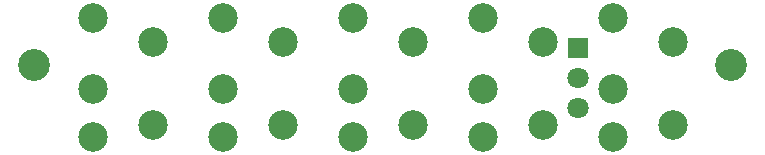
<source format=gtl>
%FSLAX24Y24*%
%MOIN*%
G70*
G01*
G75*
G04 Layer_Physical_Order=1*
G04 Layer_Color=255*
%ADD10C,0.0197*%
%ADD11R,0.0709X0.0709*%
%ADD12C,0.0709*%
%ADD13C,0.0984*%
%ADD14C,0.1063*%
D10*
X18157Y3647D02*
X18397Y3407D01*
X13798Y3619D02*
X13807Y3628D01*
X9457Y3629D02*
X9468Y3619D01*
D11*
X19307Y3407D02*
D03*
D12*
Y2407D02*
D03*
Y1407D02*
D03*
D13*
X20460Y2044D02*
D03*
Y4406D02*
D03*
X22460Y3619D02*
D03*
X20476Y469D02*
D03*
X22460Y863D02*
D03*
X16129Y2044D02*
D03*
Y4406D02*
D03*
X18129Y3619D02*
D03*
X16145Y469D02*
D03*
X18129Y863D02*
D03*
X11798Y2044D02*
D03*
Y4406D02*
D03*
X13798Y3619D02*
D03*
X11814Y469D02*
D03*
X13798Y863D02*
D03*
X7468Y2044D02*
D03*
Y4406D02*
D03*
X9468Y3619D02*
D03*
X7483Y469D02*
D03*
X9468Y863D02*
D03*
X3137Y2044D02*
D03*
Y4406D02*
D03*
X5137Y3619D02*
D03*
X3153Y469D02*
D03*
X5137Y863D02*
D03*
D14*
X1181Y2853D02*
D03*
X24409D02*
D03*
M02*

</source>
